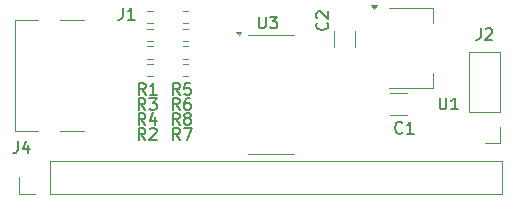
<source format=gto>
G04 #@! TF.GenerationSoftware,KiCad,Pcbnew,9.0.3*
G04 #@! TF.CreationDate,2025-08-03T15:24:15-04:00*
G04 #@! TF.ProjectId,CH32V003A4M6,43483332-5630-4303-9341-344d362e6b69,rev?*
G04 #@! TF.SameCoordinates,Original*
G04 #@! TF.FileFunction,Legend,Top*
G04 #@! TF.FilePolarity,Positive*
%FSLAX46Y46*%
G04 Gerber Fmt 4.6, Leading zero omitted, Abs format (unit mm)*
G04 Created by KiCad (PCBNEW 9.0.3) date 2025-08-03 15:24:15*
%MOMM*%
%LPD*%
G01*
G04 APERTURE LIST*
%ADD10C,0.150000*%
%ADD11C,0.120000*%
G04 APERTURE END LIST*
D10*
X166766666Y-115820819D02*
X166766666Y-116535104D01*
X166766666Y-116535104D02*
X166719047Y-116677961D01*
X166719047Y-116677961D02*
X166623809Y-116773200D01*
X166623809Y-116773200D02*
X166480952Y-116820819D01*
X166480952Y-116820819D02*
X166385714Y-116820819D01*
X167195238Y-115916057D02*
X167242857Y-115868438D01*
X167242857Y-115868438D02*
X167338095Y-115820819D01*
X167338095Y-115820819D02*
X167576190Y-115820819D01*
X167576190Y-115820819D02*
X167671428Y-115868438D01*
X167671428Y-115868438D02*
X167719047Y-115916057D01*
X167719047Y-115916057D02*
X167766666Y-116011295D01*
X167766666Y-116011295D02*
X167766666Y-116106533D01*
X167766666Y-116106533D02*
X167719047Y-116249390D01*
X167719047Y-116249390D02*
X167147619Y-116820819D01*
X167147619Y-116820819D02*
X167766666Y-116820819D01*
X160133333Y-124659580D02*
X160085714Y-124707200D01*
X160085714Y-124707200D02*
X159942857Y-124754819D01*
X159942857Y-124754819D02*
X159847619Y-124754819D01*
X159847619Y-124754819D02*
X159704762Y-124707200D01*
X159704762Y-124707200D02*
X159609524Y-124611961D01*
X159609524Y-124611961D02*
X159561905Y-124516723D01*
X159561905Y-124516723D02*
X159514286Y-124326247D01*
X159514286Y-124326247D02*
X159514286Y-124183390D01*
X159514286Y-124183390D02*
X159561905Y-123992914D01*
X159561905Y-123992914D02*
X159609524Y-123897676D01*
X159609524Y-123897676D02*
X159704762Y-123802438D01*
X159704762Y-123802438D02*
X159847619Y-123754819D01*
X159847619Y-123754819D02*
X159942857Y-123754819D01*
X159942857Y-123754819D02*
X160085714Y-123802438D01*
X160085714Y-123802438D02*
X160133333Y-123850057D01*
X161085714Y-124754819D02*
X160514286Y-124754819D01*
X160800000Y-124754819D02*
X160800000Y-123754819D01*
X160800000Y-123754819D02*
X160704762Y-123897676D01*
X160704762Y-123897676D02*
X160609524Y-123992914D01*
X160609524Y-123992914D02*
X160514286Y-124040533D01*
X136466666Y-114104819D02*
X136466666Y-114819104D01*
X136466666Y-114819104D02*
X136419047Y-114961961D01*
X136419047Y-114961961D02*
X136323809Y-115057200D01*
X136323809Y-115057200D02*
X136180952Y-115104819D01*
X136180952Y-115104819D02*
X136085714Y-115104819D01*
X137466666Y-115104819D02*
X136895238Y-115104819D01*
X137180952Y-115104819D02*
X137180952Y-114104819D01*
X137180952Y-114104819D02*
X137085714Y-114247676D01*
X137085714Y-114247676D02*
X136990476Y-114342914D01*
X136990476Y-114342914D02*
X136895238Y-114390533D01*
X147988095Y-114854819D02*
X147988095Y-115664342D01*
X147988095Y-115664342D02*
X148035714Y-115759580D01*
X148035714Y-115759580D02*
X148083333Y-115807200D01*
X148083333Y-115807200D02*
X148178571Y-115854819D01*
X148178571Y-115854819D02*
X148369047Y-115854819D01*
X148369047Y-115854819D02*
X148464285Y-115807200D01*
X148464285Y-115807200D02*
X148511904Y-115759580D01*
X148511904Y-115759580D02*
X148559523Y-115664342D01*
X148559523Y-115664342D02*
X148559523Y-114854819D01*
X148940476Y-114854819D02*
X149559523Y-114854819D01*
X149559523Y-114854819D02*
X149226190Y-115235771D01*
X149226190Y-115235771D02*
X149369047Y-115235771D01*
X149369047Y-115235771D02*
X149464285Y-115283390D01*
X149464285Y-115283390D02*
X149511904Y-115331009D01*
X149511904Y-115331009D02*
X149559523Y-115426247D01*
X149559523Y-115426247D02*
X149559523Y-115664342D01*
X149559523Y-115664342D02*
X149511904Y-115759580D01*
X149511904Y-115759580D02*
X149464285Y-115807200D01*
X149464285Y-115807200D02*
X149369047Y-115854819D01*
X149369047Y-115854819D02*
X149083333Y-115854819D01*
X149083333Y-115854819D02*
X148988095Y-115807200D01*
X148988095Y-115807200D02*
X148940476Y-115759580D01*
X127566666Y-125404819D02*
X127566666Y-126119104D01*
X127566666Y-126119104D02*
X127519047Y-126261961D01*
X127519047Y-126261961D02*
X127423809Y-126357200D01*
X127423809Y-126357200D02*
X127280952Y-126404819D01*
X127280952Y-126404819D02*
X127185714Y-126404819D01*
X128471428Y-125738152D02*
X128471428Y-126404819D01*
X128233333Y-125357200D02*
X127995238Y-126071485D01*
X127995238Y-126071485D02*
X128614285Y-126071485D01*
X153759580Y-115366666D02*
X153807200Y-115414285D01*
X153807200Y-115414285D02*
X153854819Y-115557142D01*
X153854819Y-115557142D02*
X153854819Y-115652380D01*
X153854819Y-115652380D02*
X153807200Y-115795237D01*
X153807200Y-115795237D02*
X153711961Y-115890475D01*
X153711961Y-115890475D02*
X153616723Y-115938094D01*
X153616723Y-115938094D02*
X153426247Y-115985713D01*
X153426247Y-115985713D02*
X153283390Y-115985713D01*
X153283390Y-115985713D02*
X153092914Y-115938094D01*
X153092914Y-115938094D02*
X152997676Y-115890475D01*
X152997676Y-115890475D02*
X152902438Y-115795237D01*
X152902438Y-115795237D02*
X152854819Y-115652380D01*
X152854819Y-115652380D02*
X152854819Y-115557142D01*
X152854819Y-115557142D02*
X152902438Y-115414285D01*
X152902438Y-115414285D02*
X152950057Y-115366666D01*
X152950057Y-114985713D02*
X152902438Y-114938094D01*
X152902438Y-114938094D02*
X152854819Y-114842856D01*
X152854819Y-114842856D02*
X152854819Y-114604761D01*
X152854819Y-114604761D02*
X152902438Y-114509523D01*
X152902438Y-114509523D02*
X152950057Y-114461904D01*
X152950057Y-114461904D02*
X153045295Y-114414285D01*
X153045295Y-114414285D02*
X153140533Y-114414285D01*
X153140533Y-114414285D02*
X153283390Y-114461904D01*
X153283390Y-114461904D02*
X153854819Y-115033332D01*
X153854819Y-115033332D02*
X153854819Y-114414285D01*
X141296199Y-121477751D02*
X140962866Y-121001560D01*
X140724771Y-121477751D02*
X140724771Y-120477751D01*
X140724771Y-120477751D02*
X141105723Y-120477751D01*
X141105723Y-120477751D02*
X141200961Y-120525370D01*
X141200961Y-120525370D02*
X141248580Y-120572989D01*
X141248580Y-120572989D02*
X141296199Y-120668227D01*
X141296199Y-120668227D02*
X141296199Y-120811084D01*
X141296199Y-120811084D02*
X141248580Y-120906322D01*
X141248580Y-120906322D02*
X141200961Y-120953941D01*
X141200961Y-120953941D02*
X141105723Y-121001560D01*
X141105723Y-121001560D02*
X140724771Y-121001560D01*
X142200961Y-120477751D02*
X141724771Y-120477751D01*
X141724771Y-120477751D02*
X141677152Y-120953941D01*
X141677152Y-120953941D02*
X141724771Y-120906322D01*
X141724771Y-120906322D02*
X141820009Y-120858703D01*
X141820009Y-120858703D02*
X142058104Y-120858703D01*
X142058104Y-120858703D02*
X142153342Y-120906322D01*
X142153342Y-120906322D02*
X142200961Y-120953941D01*
X142200961Y-120953941D02*
X142248580Y-121049179D01*
X142248580Y-121049179D02*
X142248580Y-121287274D01*
X142248580Y-121287274D02*
X142200961Y-121382512D01*
X142200961Y-121382512D02*
X142153342Y-121430132D01*
X142153342Y-121430132D02*
X142058104Y-121477751D01*
X142058104Y-121477751D02*
X141820009Y-121477751D01*
X141820009Y-121477751D02*
X141724771Y-121430132D01*
X141724771Y-121430132D02*
X141677152Y-121382512D01*
X138371199Y-122744416D02*
X138037866Y-122268225D01*
X137799771Y-122744416D02*
X137799771Y-121744416D01*
X137799771Y-121744416D02*
X138180723Y-121744416D01*
X138180723Y-121744416D02*
X138275961Y-121792035D01*
X138275961Y-121792035D02*
X138323580Y-121839654D01*
X138323580Y-121839654D02*
X138371199Y-121934892D01*
X138371199Y-121934892D02*
X138371199Y-122077749D01*
X138371199Y-122077749D02*
X138323580Y-122172987D01*
X138323580Y-122172987D02*
X138275961Y-122220606D01*
X138275961Y-122220606D02*
X138180723Y-122268225D01*
X138180723Y-122268225D02*
X137799771Y-122268225D01*
X138704533Y-121744416D02*
X139323580Y-121744416D01*
X139323580Y-121744416D02*
X138990247Y-122125368D01*
X138990247Y-122125368D02*
X139133104Y-122125368D01*
X139133104Y-122125368D02*
X139228342Y-122172987D01*
X139228342Y-122172987D02*
X139275961Y-122220606D01*
X139275961Y-122220606D02*
X139323580Y-122315844D01*
X139323580Y-122315844D02*
X139323580Y-122553939D01*
X139323580Y-122553939D02*
X139275961Y-122649177D01*
X139275961Y-122649177D02*
X139228342Y-122696797D01*
X139228342Y-122696797D02*
X139133104Y-122744416D01*
X139133104Y-122744416D02*
X138847390Y-122744416D01*
X138847390Y-122744416D02*
X138752152Y-122696797D01*
X138752152Y-122696797D02*
X138704533Y-122649177D01*
X141277266Y-122744417D02*
X140943933Y-122268226D01*
X140705838Y-122744417D02*
X140705838Y-121744417D01*
X140705838Y-121744417D02*
X141086790Y-121744417D01*
X141086790Y-121744417D02*
X141182028Y-121792036D01*
X141182028Y-121792036D02*
X141229647Y-121839655D01*
X141229647Y-121839655D02*
X141277266Y-121934893D01*
X141277266Y-121934893D02*
X141277266Y-122077750D01*
X141277266Y-122077750D02*
X141229647Y-122172988D01*
X141229647Y-122172988D02*
X141182028Y-122220607D01*
X141182028Y-122220607D02*
X141086790Y-122268226D01*
X141086790Y-122268226D02*
X140705838Y-122268226D01*
X142134409Y-121744417D02*
X141943933Y-121744417D01*
X141943933Y-121744417D02*
X141848695Y-121792036D01*
X141848695Y-121792036D02*
X141801076Y-121839655D01*
X141801076Y-121839655D02*
X141705838Y-121982512D01*
X141705838Y-121982512D02*
X141658219Y-122172988D01*
X141658219Y-122172988D02*
X141658219Y-122553940D01*
X141658219Y-122553940D02*
X141705838Y-122649178D01*
X141705838Y-122649178D02*
X141753457Y-122696798D01*
X141753457Y-122696798D02*
X141848695Y-122744417D01*
X141848695Y-122744417D02*
X142039171Y-122744417D01*
X142039171Y-122744417D02*
X142134409Y-122696798D01*
X142134409Y-122696798D02*
X142182028Y-122649178D01*
X142182028Y-122649178D02*
X142229647Y-122553940D01*
X142229647Y-122553940D02*
X142229647Y-122315845D01*
X142229647Y-122315845D02*
X142182028Y-122220607D01*
X142182028Y-122220607D02*
X142134409Y-122172988D01*
X142134409Y-122172988D02*
X142039171Y-122125369D01*
X142039171Y-122125369D02*
X141848695Y-122125369D01*
X141848695Y-122125369D02*
X141753457Y-122172988D01*
X141753457Y-122172988D02*
X141705838Y-122220607D01*
X141705838Y-122220607D02*
X141658219Y-122315845D01*
X138371199Y-124011081D02*
X138037866Y-123534890D01*
X137799771Y-124011081D02*
X137799771Y-123011081D01*
X137799771Y-123011081D02*
X138180723Y-123011081D01*
X138180723Y-123011081D02*
X138275961Y-123058700D01*
X138275961Y-123058700D02*
X138323580Y-123106319D01*
X138323580Y-123106319D02*
X138371199Y-123201557D01*
X138371199Y-123201557D02*
X138371199Y-123344414D01*
X138371199Y-123344414D02*
X138323580Y-123439652D01*
X138323580Y-123439652D02*
X138275961Y-123487271D01*
X138275961Y-123487271D02*
X138180723Y-123534890D01*
X138180723Y-123534890D02*
X137799771Y-123534890D01*
X139228342Y-123344414D02*
X139228342Y-124011081D01*
X138990247Y-122963462D02*
X138752152Y-123677747D01*
X138752152Y-123677747D02*
X139371199Y-123677747D01*
X163288095Y-121704819D02*
X163288095Y-122514342D01*
X163288095Y-122514342D02*
X163335714Y-122609580D01*
X163335714Y-122609580D02*
X163383333Y-122657200D01*
X163383333Y-122657200D02*
X163478571Y-122704819D01*
X163478571Y-122704819D02*
X163669047Y-122704819D01*
X163669047Y-122704819D02*
X163764285Y-122657200D01*
X163764285Y-122657200D02*
X163811904Y-122609580D01*
X163811904Y-122609580D02*
X163859523Y-122514342D01*
X163859523Y-122514342D02*
X163859523Y-121704819D01*
X164859523Y-122704819D02*
X164288095Y-122704819D01*
X164573809Y-122704819D02*
X164573809Y-121704819D01*
X164573809Y-121704819D02*
X164478571Y-121847676D01*
X164478571Y-121847676D02*
X164383333Y-121942914D01*
X164383333Y-121942914D02*
X164288095Y-121990533D01*
X141296199Y-125277749D02*
X140962866Y-124801558D01*
X140724771Y-125277749D02*
X140724771Y-124277749D01*
X140724771Y-124277749D02*
X141105723Y-124277749D01*
X141105723Y-124277749D02*
X141200961Y-124325368D01*
X141200961Y-124325368D02*
X141248580Y-124372987D01*
X141248580Y-124372987D02*
X141296199Y-124468225D01*
X141296199Y-124468225D02*
X141296199Y-124611082D01*
X141296199Y-124611082D02*
X141248580Y-124706320D01*
X141248580Y-124706320D02*
X141200961Y-124753939D01*
X141200961Y-124753939D02*
X141105723Y-124801558D01*
X141105723Y-124801558D02*
X140724771Y-124801558D01*
X141629533Y-124277749D02*
X142296199Y-124277749D01*
X142296199Y-124277749D02*
X141867628Y-125277749D01*
X141273720Y-124011083D02*
X140940387Y-123534892D01*
X140702292Y-124011083D02*
X140702292Y-123011083D01*
X140702292Y-123011083D02*
X141083244Y-123011083D01*
X141083244Y-123011083D02*
X141178482Y-123058702D01*
X141178482Y-123058702D02*
X141226101Y-123106321D01*
X141226101Y-123106321D02*
X141273720Y-123201559D01*
X141273720Y-123201559D02*
X141273720Y-123344416D01*
X141273720Y-123344416D02*
X141226101Y-123439654D01*
X141226101Y-123439654D02*
X141178482Y-123487273D01*
X141178482Y-123487273D02*
X141083244Y-123534892D01*
X141083244Y-123534892D02*
X140702292Y-123534892D01*
X141845149Y-123439654D02*
X141749911Y-123392035D01*
X141749911Y-123392035D02*
X141702292Y-123344416D01*
X141702292Y-123344416D02*
X141654673Y-123249178D01*
X141654673Y-123249178D02*
X141654673Y-123201559D01*
X141654673Y-123201559D02*
X141702292Y-123106321D01*
X141702292Y-123106321D02*
X141749911Y-123058702D01*
X141749911Y-123058702D02*
X141845149Y-123011083D01*
X141845149Y-123011083D02*
X142035625Y-123011083D01*
X142035625Y-123011083D02*
X142130863Y-123058702D01*
X142130863Y-123058702D02*
X142178482Y-123106321D01*
X142178482Y-123106321D02*
X142226101Y-123201559D01*
X142226101Y-123201559D02*
X142226101Y-123249178D01*
X142226101Y-123249178D02*
X142178482Y-123344416D01*
X142178482Y-123344416D02*
X142130863Y-123392035D01*
X142130863Y-123392035D02*
X142035625Y-123439654D01*
X142035625Y-123439654D02*
X141845149Y-123439654D01*
X141845149Y-123439654D02*
X141749911Y-123487273D01*
X141749911Y-123487273D02*
X141702292Y-123534892D01*
X141702292Y-123534892D02*
X141654673Y-123630130D01*
X141654673Y-123630130D02*
X141654673Y-123820606D01*
X141654673Y-123820606D02*
X141702292Y-123915844D01*
X141702292Y-123915844D02*
X141749911Y-123963464D01*
X141749911Y-123963464D02*
X141845149Y-124011083D01*
X141845149Y-124011083D02*
X142035625Y-124011083D01*
X142035625Y-124011083D02*
X142130863Y-123963464D01*
X142130863Y-123963464D02*
X142178482Y-123915844D01*
X142178482Y-123915844D02*
X142226101Y-123820606D01*
X142226101Y-123820606D02*
X142226101Y-123630130D01*
X142226101Y-123630130D02*
X142178482Y-123534892D01*
X142178482Y-123534892D02*
X142130863Y-123487273D01*
X142130863Y-123487273D02*
X142035625Y-123439654D01*
X138371199Y-125277746D02*
X138037866Y-124801555D01*
X137799771Y-125277746D02*
X137799771Y-124277746D01*
X137799771Y-124277746D02*
X138180723Y-124277746D01*
X138180723Y-124277746D02*
X138275961Y-124325365D01*
X138275961Y-124325365D02*
X138323580Y-124372984D01*
X138323580Y-124372984D02*
X138371199Y-124468222D01*
X138371199Y-124468222D02*
X138371199Y-124611079D01*
X138371199Y-124611079D02*
X138323580Y-124706317D01*
X138323580Y-124706317D02*
X138275961Y-124753936D01*
X138275961Y-124753936D02*
X138180723Y-124801555D01*
X138180723Y-124801555D02*
X137799771Y-124801555D01*
X138752152Y-124372984D02*
X138799771Y-124325365D01*
X138799771Y-124325365D02*
X138895009Y-124277746D01*
X138895009Y-124277746D02*
X139133104Y-124277746D01*
X139133104Y-124277746D02*
X139228342Y-124325365D01*
X139228342Y-124325365D02*
X139275961Y-124372984D01*
X139275961Y-124372984D02*
X139323580Y-124468222D01*
X139323580Y-124468222D02*
X139323580Y-124563460D01*
X139323580Y-124563460D02*
X139275961Y-124706317D01*
X139275961Y-124706317D02*
X138704533Y-125277746D01*
X138704533Y-125277746D02*
X139323580Y-125277746D01*
X138396199Y-121477751D02*
X138062866Y-121001560D01*
X137824771Y-121477751D02*
X137824771Y-120477751D01*
X137824771Y-120477751D02*
X138205723Y-120477751D01*
X138205723Y-120477751D02*
X138300961Y-120525370D01*
X138300961Y-120525370D02*
X138348580Y-120572989D01*
X138348580Y-120572989D02*
X138396199Y-120668227D01*
X138396199Y-120668227D02*
X138396199Y-120811084D01*
X138396199Y-120811084D02*
X138348580Y-120906322D01*
X138348580Y-120906322D02*
X138300961Y-120953941D01*
X138300961Y-120953941D02*
X138205723Y-121001560D01*
X138205723Y-121001560D02*
X137824771Y-121001560D01*
X139348580Y-121477751D02*
X138777152Y-121477751D01*
X139062866Y-121477751D02*
X139062866Y-120477751D01*
X139062866Y-120477751D02*
X138967628Y-120620608D01*
X138967628Y-120620608D02*
X138872390Y-120715846D01*
X138872390Y-120715846D02*
X138777152Y-120763465D01*
D11*
X165770000Y-122955000D02*
X165770000Y-117815000D01*
X168430000Y-117815000D02*
X165770000Y-117815000D01*
X168430000Y-122955000D02*
X165770000Y-122955000D01*
X168430000Y-122955000D02*
X168430000Y-117815000D01*
X168430000Y-124225000D02*
X168430000Y-125555000D01*
X168430000Y-125555000D02*
X167100000Y-125555000D01*
X159088748Y-121340000D02*
X160511252Y-121340000D01*
X159088748Y-123160000D02*
X160511252Y-123160000D01*
X127350000Y-115150000D02*
X129250000Y-115150000D01*
X127350000Y-124550000D02*
X127350000Y-115150000D01*
X127350000Y-124550000D02*
X129250000Y-124550000D01*
X131150000Y-115150000D02*
X133150000Y-115150000D01*
X131150000Y-124550000D02*
X133150000Y-124550000D01*
X149000000Y-116390000D02*
X147050000Y-116390000D01*
X149000000Y-116390000D02*
X150950000Y-116390000D01*
X149000000Y-126510000D02*
X147050000Y-126510000D01*
X149000000Y-126510000D02*
X150950000Y-126510000D01*
X146275000Y-116445000D02*
X146035000Y-116115000D01*
X146515000Y-116115000D01*
X146275000Y-116445000D01*
G36*
X146275000Y-116445000D02*
G01*
X146035000Y-116115000D01*
X146515000Y-116115000D01*
X146275000Y-116445000D01*
G37*
X127690000Y-129830000D02*
X127690000Y-128450000D01*
X129070000Y-129830000D02*
X127690000Y-129830000D01*
X130340000Y-127070000D02*
X168550000Y-127070000D01*
X130340000Y-129830000D02*
X130340000Y-127070000D01*
X130340000Y-129830000D02*
X168550000Y-129830000D01*
X168550000Y-129830000D02*
X168550000Y-127070000D01*
X154340000Y-117461252D02*
X154340000Y-116038748D01*
X156160000Y-117461252D02*
X156160000Y-116038748D01*
X141537742Y-114381436D02*
X142012258Y-114381436D01*
X141537742Y-115426436D02*
X142012258Y-115426436D01*
X138556675Y-115869909D02*
X139031191Y-115869909D01*
X138556675Y-116914909D02*
X139031191Y-116914909D01*
X141537742Y-115879468D02*
X142012258Y-115879468D01*
X141537742Y-116924468D02*
X142012258Y-116924468D01*
X138556675Y-117372720D02*
X139031191Y-117372720D01*
X138556675Y-118417720D02*
X139031191Y-118417720D01*
X159000000Y-114090000D02*
X162760000Y-114090000D01*
X159000000Y-120910000D02*
X162760000Y-120910000D01*
X162760000Y-114090000D02*
X162760000Y-115350000D01*
X162760000Y-120910000D02*
X162760000Y-119650000D01*
X157720000Y-114190000D02*
X157480000Y-113860000D01*
X157960000Y-113860000D01*
X157720000Y-114190000D01*
G36*
X157720000Y-114190000D02*
G01*
X157480000Y-113860000D01*
X157960000Y-113860000D01*
X157720000Y-114190000D01*
G37*
X141537742Y-118875532D02*
X142012258Y-118875532D01*
X141537742Y-119920532D02*
X142012258Y-119920532D01*
X141537742Y-117377500D02*
X142012258Y-117377500D01*
X141537742Y-118422500D02*
X142012258Y-118422500D01*
X138556675Y-118875531D02*
X139031191Y-118875531D01*
X138556675Y-119920531D02*
X139031191Y-119920531D01*
X138556675Y-114367098D02*
X139031191Y-114367098D01*
X138556675Y-115412098D02*
X139031191Y-115412098D01*
%LPC*%
G36*
X129920000Y-129300000D02*
G01*
X128220000Y-129300000D01*
X128220000Y-127600000D01*
X129920000Y-127600000D01*
X129920000Y-129300000D01*
G37*
G36*
X131856742Y-127636601D02*
G01*
X132010687Y-127700367D01*
X132149234Y-127792941D01*
X132267059Y-127910766D01*
X132359633Y-128049313D01*
X132423399Y-128203258D01*
X132455907Y-128366685D01*
X132455907Y-128533315D01*
X132423399Y-128696742D01*
X132359633Y-128850687D01*
X132267059Y-128989234D01*
X132149234Y-129107059D01*
X132010687Y-129199633D01*
X131856742Y-129263399D01*
X131693315Y-129295907D01*
X131526685Y-129295907D01*
X131363258Y-129263399D01*
X131209313Y-129199633D01*
X131070766Y-129107059D01*
X130952941Y-128989234D01*
X130860367Y-128850687D01*
X130796601Y-128696742D01*
X130764093Y-128533315D01*
X130764093Y-128366685D01*
X130796601Y-128203258D01*
X130860367Y-128049313D01*
X130952941Y-127910766D01*
X131070766Y-127792941D01*
X131209313Y-127700367D01*
X131363258Y-127636601D01*
X131526685Y-127604093D01*
X131693315Y-127604093D01*
X131856742Y-127636601D01*
G37*
G36*
X134396742Y-127636601D02*
G01*
X134550687Y-127700367D01*
X134689234Y-127792941D01*
X134807059Y-127910766D01*
X134899633Y-128049313D01*
X134963399Y-128203258D01*
X134995907Y-128366685D01*
X134995907Y-128533315D01*
X134963399Y-128696742D01*
X134899633Y-128850687D01*
X134807059Y-128989234D01*
X134689234Y-129107059D01*
X134550687Y-129199633D01*
X134396742Y-129263399D01*
X134233315Y-129295907D01*
X134066685Y-129295907D01*
X133903258Y-129263399D01*
X133749313Y-129199633D01*
X133610766Y-129107059D01*
X133492941Y-128989234D01*
X133400367Y-128850687D01*
X133336601Y-128696742D01*
X133304093Y-128533315D01*
X133304093Y-128366685D01*
X133336601Y-128203258D01*
X133400367Y-128049313D01*
X133492941Y-127910766D01*
X133610766Y-127792941D01*
X133749313Y-127700367D01*
X133903258Y-127636601D01*
X134066685Y-127604093D01*
X134233315Y-127604093D01*
X134396742Y-127636601D01*
G37*
G36*
X136936742Y-127636601D02*
G01*
X137090687Y-127700367D01*
X137229234Y-127792941D01*
X137347059Y-127910766D01*
X137439633Y-128049313D01*
X137503399Y-128203258D01*
X137535907Y-128366685D01*
X137535907Y-128533315D01*
X137503399Y-128696742D01*
X137439633Y-128850687D01*
X137347059Y-128989234D01*
X137229234Y-129107059D01*
X137090687Y-129199633D01*
X136936742Y-129263399D01*
X136773315Y-129295907D01*
X136606685Y-129295907D01*
X136443258Y-129263399D01*
X136289313Y-129199633D01*
X136150766Y-129107059D01*
X136032941Y-128989234D01*
X135940367Y-128850687D01*
X135876601Y-128696742D01*
X135844093Y-128533315D01*
X135844093Y-128366685D01*
X135876601Y-128203258D01*
X135940367Y-128049313D01*
X136032941Y-127910766D01*
X136150766Y-127792941D01*
X136289313Y-127700367D01*
X136443258Y-127636601D01*
X136606685Y-127604093D01*
X136773315Y-127604093D01*
X136936742Y-127636601D01*
G37*
G36*
X139476742Y-127636601D02*
G01*
X139630687Y-127700367D01*
X139769234Y-127792941D01*
X139887059Y-127910766D01*
X139979633Y-128049313D01*
X140043399Y-128203258D01*
X140075907Y-128366685D01*
X140075907Y-128533315D01*
X140043399Y-128696742D01*
X139979633Y-128850687D01*
X139887059Y-128989234D01*
X139769234Y-129107059D01*
X139630687Y-129199633D01*
X139476742Y-129263399D01*
X139313315Y-129295907D01*
X139146685Y-129295907D01*
X138983258Y-129263399D01*
X138829313Y-129199633D01*
X138690766Y-129107059D01*
X138572941Y-128989234D01*
X138480367Y-128850687D01*
X138416601Y-128696742D01*
X138384093Y-128533315D01*
X138384093Y-128366685D01*
X138416601Y-128203258D01*
X138480367Y-128049313D01*
X138572941Y-127910766D01*
X138690766Y-127792941D01*
X138829313Y-127700367D01*
X138983258Y-127636601D01*
X139146685Y-127604093D01*
X139313315Y-127604093D01*
X139476742Y-127636601D01*
G37*
G36*
X142016742Y-127636601D02*
G01*
X142170687Y-127700367D01*
X142309234Y-127792941D01*
X142427059Y-127910766D01*
X142519633Y-128049313D01*
X142583399Y-128203258D01*
X142615907Y-128366685D01*
X142615907Y-128533315D01*
X142583399Y-128696742D01*
X142519633Y-128850687D01*
X142427059Y-128989234D01*
X142309234Y-129107059D01*
X142170687Y-129199633D01*
X142016742Y-129263399D01*
X141853315Y-129295907D01*
X141686685Y-129295907D01*
X141523258Y-129263399D01*
X141369313Y-129199633D01*
X141230766Y-129107059D01*
X141112941Y-128989234D01*
X141020367Y-128850687D01*
X140956601Y-128696742D01*
X140924093Y-128533315D01*
X140924093Y-128366685D01*
X140956601Y-128203258D01*
X141020367Y-128049313D01*
X141112941Y-127910766D01*
X141230766Y-127792941D01*
X141369313Y-127700367D01*
X141523258Y-127636601D01*
X141686685Y-127604093D01*
X141853315Y-127604093D01*
X142016742Y-127636601D01*
G37*
G36*
X144556742Y-127636601D02*
G01*
X144710687Y-127700367D01*
X144849234Y-127792941D01*
X144967059Y-127910766D01*
X145059633Y-128049313D01*
X145123399Y-128203258D01*
X145155907Y-128366685D01*
X145155907Y-128533315D01*
X145123399Y-128696742D01*
X145059633Y-128850687D01*
X144967059Y-128989234D01*
X144849234Y-129107059D01*
X144710687Y-129199633D01*
X144556742Y-129263399D01*
X144393315Y-129295907D01*
X144226685Y-129295907D01*
X144063258Y-129263399D01*
X143909313Y-129199633D01*
X143770766Y-129107059D01*
X143652941Y-128989234D01*
X143560367Y-128850687D01*
X143496601Y-128696742D01*
X143464093Y-128533315D01*
X143464093Y-128366685D01*
X143496601Y-128203258D01*
X143560367Y-128049313D01*
X143652941Y-127910766D01*
X143770766Y-127792941D01*
X143909313Y-127700367D01*
X144063258Y-127636601D01*
X144226685Y-127604093D01*
X144393315Y-127604093D01*
X144556742Y-127636601D01*
G37*
G36*
X147096742Y-127636601D02*
G01*
X147250687Y-127700367D01*
X147389234Y-127792941D01*
X147507059Y-127910766D01*
X147599633Y-128049313D01*
X147663399Y-128203258D01*
X147695907Y-128366685D01*
X147695907Y-128533315D01*
X147663399Y-128696742D01*
X147599633Y-128850687D01*
X147507059Y-128989234D01*
X147389234Y-129107059D01*
X147250687Y-129199633D01*
X147096742Y-129263399D01*
X146933315Y-129295907D01*
X146766685Y-129295907D01*
X146603258Y-129263399D01*
X146449313Y-129199633D01*
X146310766Y-129107059D01*
X146192941Y-128989234D01*
X146100367Y-128850687D01*
X146036601Y-128696742D01*
X146004093Y-128533315D01*
X146004093Y-128366685D01*
X146036601Y-128203258D01*
X146100367Y-128049313D01*
X146192941Y-127910766D01*
X146310766Y-127792941D01*
X146449313Y-127700367D01*
X146603258Y-127636601D01*
X146766685Y-127604093D01*
X146933315Y-127604093D01*
X147096742Y-127636601D01*
G37*
G36*
X149636742Y-127636601D02*
G01*
X149790687Y-127700367D01*
X149929234Y-127792941D01*
X150047059Y-127910766D01*
X150139633Y-128049313D01*
X150203399Y-128203258D01*
X150235907Y-128366685D01*
X150235907Y-128533315D01*
X150203399Y-128696742D01*
X150139633Y-128850687D01*
X150047059Y-128989234D01*
X149929234Y-129107059D01*
X149790687Y-129199633D01*
X149636742Y-129263399D01*
X149473315Y-129295907D01*
X149306685Y-129295907D01*
X149143258Y-129263399D01*
X148989313Y-129199633D01*
X148850766Y-129107059D01*
X148732941Y-128989234D01*
X148640367Y-128850687D01*
X148576601Y-128696742D01*
X148544093Y-128533315D01*
X148544093Y-128366685D01*
X148576601Y-128203258D01*
X148640367Y-128049313D01*
X148732941Y-127910766D01*
X148850766Y-127792941D01*
X148989313Y-127700367D01*
X149143258Y-127636601D01*
X149306685Y-127604093D01*
X149473315Y-127604093D01*
X149636742Y-127636601D01*
G37*
G36*
X152176742Y-127636601D02*
G01*
X152330687Y-127700367D01*
X152469234Y-127792941D01*
X152587059Y-127910766D01*
X152679633Y-128049313D01*
X152743399Y-128203258D01*
X152775907Y-128366685D01*
X152775907Y-128533315D01*
X152743399Y-128696742D01*
X152679633Y-128850687D01*
X152587059Y-128989234D01*
X152469234Y-129107059D01*
X152330687Y-129199633D01*
X152176742Y-129263399D01*
X152013315Y-129295907D01*
X151846685Y-129295907D01*
X151683258Y-129263399D01*
X151529313Y-129199633D01*
X151390766Y-129107059D01*
X151272941Y-128989234D01*
X151180367Y-128850687D01*
X151116601Y-128696742D01*
X151084093Y-128533315D01*
X151084093Y-128366685D01*
X151116601Y-128203258D01*
X151180367Y-128049313D01*
X151272941Y-127910766D01*
X151390766Y-127792941D01*
X151529313Y-127700367D01*
X151683258Y-127636601D01*
X151846685Y-127604093D01*
X152013315Y-127604093D01*
X152176742Y-127636601D01*
G37*
G36*
X154716742Y-127636601D02*
G01*
X154870687Y-127700367D01*
X155009234Y-127792941D01*
X155127059Y-127910766D01*
X155219633Y-128049313D01*
X155283399Y-128203258D01*
X155315907Y-128366685D01*
X155315907Y-128533315D01*
X155283399Y-128696742D01*
X155219633Y-128850687D01*
X155127059Y-128989234D01*
X155009234Y-129107059D01*
X154870687Y-129199633D01*
X154716742Y-129263399D01*
X154553315Y-129295907D01*
X154386685Y-129295907D01*
X154223258Y-129263399D01*
X154069313Y-129199633D01*
X153930766Y-129107059D01*
X153812941Y-128989234D01*
X153720367Y-128850687D01*
X153656601Y-128696742D01*
X153624093Y-128533315D01*
X153624093Y-128366685D01*
X153656601Y-128203258D01*
X153720367Y-128049313D01*
X153812941Y-127910766D01*
X153930766Y-127792941D01*
X154069313Y-127700367D01*
X154223258Y-127636601D01*
X154386685Y-127604093D01*
X154553315Y-127604093D01*
X154716742Y-127636601D01*
G37*
G36*
X157256742Y-127636601D02*
G01*
X157410687Y-127700367D01*
X157549234Y-127792941D01*
X157667059Y-127910766D01*
X157759633Y-128049313D01*
X157823399Y-128203258D01*
X157855907Y-128366685D01*
X157855907Y-128533315D01*
X157823399Y-128696742D01*
X157759633Y-128850687D01*
X157667059Y-128989234D01*
X157549234Y-129107059D01*
X157410687Y-129199633D01*
X157256742Y-129263399D01*
X157093315Y-129295907D01*
X156926685Y-129295907D01*
X156763258Y-129263399D01*
X156609313Y-129199633D01*
X156470766Y-129107059D01*
X156352941Y-128989234D01*
X156260367Y-128850687D01*
X156196601Y-128696742D01*
X156164093Y-128533315D01*
X156164093Y-128366685D01*
X156196601Y-128203258D01*
X156260367Y-128049313D01*
X156352941Y-127910766D01*
X156470766Y-127792941D01*
X156609313Y-127700367D01*
X156763258Y-127636601D01*
X156926685Y-127604093D01*
X157093315Y-127604093D01*
X157256742Y-127636601D01*
G37*
G36*
X159796742Y-127636601D02*
G01*
X159950687Y-127700367D01*
X160089234Y-127792941D01*
X160207059Y-127910766D01*
X160299633Y-128049313D01*
X160363399Y-128203258D01*
X160395907Y-128366685D01*
X160395907Y-128533315D01*
X160363399Y-128696742D01*
X160299633Y-128850687D01*
X160207059Y-128989234D01*
X160089234Y-129107059D01*
X159950687Y-129199633D01*
X159796742Y-129263399D01*
X159633315Y-129295907D01*
X159466685Y-129295907D01*
X159303258Y-129263399D01*
X159149313Y-129199633D01*
X159010766Y-129107059D01*
X158892941Y-128989234D01*
X158800367Y-128850687D01*
X158736601Y-128696742D01*
X158704093Y-128533315D01*
X158704093Y-128366685D01*
X158736601Y-128203258D01*
X158800367Y-128049313D01*
X158892941Y-127910766D01*
X159010766Y-127792941D01*
X159149313Y-127700367D01*
X159303258Y-127636601D01*
X159466685Y-127604093D01*
X159633315Y-127604093D01*
X159796742Y-127636601D01*
G37*
G36*
X162336742Y-127636601D02*
G01*
X162490687Y-127700367D01*
X162629234Y-127792941D01*
X162747059Y-127910766D01*
X162839633Y-128049313D01*
X162903399Y-128203258D01*
X162935907Y-128366685D01*
X162935907Y-128533315D01*
X162903399Y-128696742D01*
X162839633Y-128850687D01*
X162747059Y-128989234D01*
X162629234Y-129107059D01*
X162490687Y-129199633D01*
X162336742Y-129263399D01*
X162173315Y-129295907D01*
X162006685Y-129295907D01*
X161843258Y-129263399D01*
X161689313Y-129199633D01*
X161550766Y-129107059D01*
X161432941Y-128989234D01*
X161340367Y-128850687D01*
X161276601Y-128696742D01*
X161244093Y-128533315D01*
X161244093Y-128366685D01*
X161276601Y-128203258D01*
X161340367Y-128049313D01*
X161432941Y-127910766D01*
X161550766Y-127792941D01*
X161689313Y-127700367D01*
X161843258Y-127636601D01*
X162006685Y-127604093D01*
X162173315Y-127604093D01*
X162336742Y-127636601D01*
G37*
G36*
X164876742Y-127636601D02*
G01*
X165030687Y-127700367D01*
X165169234Y-127792941D01*
X165287059Y-127910766D01*
X165379633Y-128049313D01*
X165443399Y-128203258D01*
X165475907Y-128366685D01*
X165475907Y-128533315D01*
X165443399Y-128696742D01*
X165379633Y-128850687D01*
X165287059Y-128989234D01*
X165169234Y-129107059D01*
X165030687Y-129199633D01*
X164876742Y-129263399D01*
X164713315Y-129295907D01*
X164546685Y-129295907D01*
X164383258Y-129263399D01*
X164229313Y-129199633D01*
X164090766Y-129107059D01*
X163972941Y-128989234D01*
X163880367Y-128850687D01*
X163816601Y-128696742D01*
X163784093Y-128533315D01*
X163784093Y-128366685D01*
X163816601Y-128203258D01*
X163880367Y-128049313D01*
X163972941Y-127910766D01*
X164090766Y-127792941D01*
X164229313Y-127700367D01*
X164383258Y-127636601D01*
X164546685Y-127604093D01*
X164713315Y-127604093D01*
X164876742Y-127636601D01*
G37*
G36*
X167416742Y-127636601D02*
G01*
X167570687Y-127700367D01*
X167709234Y-127792941D01*
X167827059Y-127910766D01*
X167919633Y-128049313D01*
X167983399Y-128203258D01*
X168015907Y-128366685D01*
X168015907Y-128533315D01*
X167983399Y-128696742D01*
X167919633Y-128850687D01*
X167827059Y-128989234D01*
X167709234Y-129107059D01*
X167570687Y-129199633D01*
X167416742Y-129263399D01*
X167253315Y-129295907D01*
X167086685Y-129295907D01*
X166923258Y-129263399D01*
X166769313Y-129199633D01*
X166630766Y-129107059D01*
X166512941Y-128989234D01*
X166420367Y-128850687D01*
X166356601Y-128696742D01*
X166324093Y-128533315D01*
X166324093Y-128366685D01*
X166356601Y-128203258D01*
X166420367Y-128049313D01*
X166512941Y-127910766D01*
X166630766Y-127792941D01*
X166769313Y-127700367D01*
X166923258Y-127636601D01*
X167086685Y-127604093D01*
X167253315Y-127604093D01*
X167416742Y-127636601D01*
G37*
G36*
X147407403Y-125606418D02*
G01*
X147456066Y-125638934D01*
X147488582Y-125687597D01*
X147500000Y-125745000D01*
X147500000Y-126045000D01*
X147488582Y-126102403D01*
X147456066Y-126151066D01*
X147407403Y-126183582D01*
X147350000Y-126195000D01*
X145650000Y-126195000D01*
X145592597Y-126183582D01*
X145543934Y-126151066D01*
X145511418Y-126102403D01*
X145500000Y-126045000D01*
X145500000Y-125745000D01*
X145511418Y-125687597D01*
X145543934Y-125638934D01*
X145592597Y-125606418D01*
X145650000Y-125595000D01*
X147350000Y-125595000D01*
X147407403Y-125606418D01*
G37*
G36*
X152407403Y-125606418D02*
G01*
X152456066Y-125638934D01*
X152488582Y-125687597D01*
X152500000Y-125745000D01*
X152500000Y-126045000D01*
X152488582Y-126102403D01*
X152456066Y-126151066D01*
X152407403Y-126183582D01*
X152350000Y-126195000D01*
X150650000Y-126195000D01*
X150592597Y-126183582D01*
X150543934Y-126151066D01*
X150511418Y-126102403D01*
X150500000Y-126045000D01*
X150500000Y-125745000D01*
X150511418Y-125687597D01*
X150543934Y-125638934D01*
X150592597Y-125606418D01*
X150650000Y-125595000D01*
X152350000Y-125595000D01*
X152407403Y-125606418D01*
G37*
G36*
X167950000Y-125075000D02*
G01*
X166250000Y-125075000D01*
X166250000Y-123375000D01*
X167950000Y-123375000D01*
X167950000Y-125075000D01*
G37*
G36*
X147407403Y-124336418D02*
G01*
X147456066Y-124368934D01*
X147488582Y-124417597D01*
X147500000Y-124475000D01*
X147500000Y-124775000D01*
X147488582Y-124832403D01*
X147456066Y-124881066D01*
X147407403Y-124913582D01*
X147350000Y-124925000D01*
X145650000Y-124925000D01*
X145592597Y-124913582D01*
X145543934Y-124881066D01*
X145511418Y-124832403D01*
X145500000Y-124775000D01*
X145500000Y-124475000D01*
X145511418Y-124417597D01*
X145543934Y-124368934D01*
X145592597Y-124336418D01*
X145650000Y-124325000D01*
X147350000Y-124325000D01*
X147407403Y-124336418D01*
G37*
G36*
X152407403Y-124336418D02*
G01*
X152456066Y-124368934D01*
X152488582Y-124417597D01*
X152500000Y-124475000D01*
X152500000Y-124775000D01*
X152488582Y-124832403D01*
X152456066Y-124881066D01*
X152407403Y-124913582D01*
X152350000Y-124925000D01*
X150650000Y-124925000D01*
X150592597Y-124913582D01*
X150543934Y-124881066D01*
X150511418Y-124832403D01*
X150500000Y-124775000D01*
X150500000Y-124475000D01*
X150511418Y-124417597D01*
X150543934Y-124368934D01*
X150592597Y-124336418D01*
X150650000Y-124325000D01*
X152350000Y-124325000D01*
X152407403Y-124336418D01*
G37*
G36*
X130565263Y-123674278D02*
G01*
X130691342Y-123708060D01*
X130804381Y-123773323D01*
X130896677Y-123865619D01*
X130961940Y-123978658D01*
X130995722Y-124104737D01*
X130995722Y-124235263D01*
X130961940Y-124361342D01*
X130896677Y-124474381D01*
X130804381Y-124566677D01*
X130691342Y-124631940D01*
X130565263Y-124665722D01*
X130500000Y-124670000D01*
X130498029Y-124670000D01*
X129901971Y-124670000D01*
X129900000Y-124670000D01*
X129834737Y-124665722D01*
X129708658Y-124631940D01*
X129595619Y-124566677D01*
X129503323Y-124474381D01*
X129438060Y-124361342D01*
X129404278Y-124235263D01*
X129404278Y-124104737D01*
X129438060Y-123978658D01*
X129503323Y-123865619D01*
X129595619Y-123773323D01*
X129708658Y-123708060D01*
X129834737Y-123674278D01*
X129900000Y-123670000D01*
X130500000Y-123670000D01*
X130565263Y-123674278D01*
G37*
G36*
X134995263Y-123674278D02*
G01*
X135121342Y-123708060D01*
X135234381Y-123773323D01*
X135326677Y-123865619D01*
X135391940Y-123978658D01*
X135425722Y-124104737D01*
X135425722Y-124235263D01*
X135391940Y-124361342D01*
X135326677Y-124474381D01*
X135234381Y-124566677D01*
X135121342Y-124631940D01*
X134995263Y-124665722D01*
X134930000Y-124670000D01*
X134928029Y-124670000D01*
X133831971Y-124670000D01*
X133830000Y-124670000D01*
X133764737Y-124665722D01*
X133638658Y-124631940D01*
X133525619Y-124566677D01*
X133433323Y-124474381D01*
X133368060Y-124361342D01*
X133334278Y-124235263D01*
X133334278Y-124104737D01*
X133368060Y-123978658D01*
X133433323Y-123865619D01*
X133525619Y-123773323D01*
X133638658Y-123708060D01*
X133764737Y-123674278D01*
X133830000Y-123670000D01*
X134930000Y-123670000D01*
X134995263Y-123674278D01*
G37*
G36*
X147407403Y-123066418D02*
G01*
X147456066Y-123098934D01*
X147488582Y-123147597D01*
X147500000Y-123205000D01*
X147500000Y-123505000D01*
X147488582Y-123562403D01*
X147456066Y-123611066D01*
X147407403Y-123643582D01*
X147350000Y-123655000D01*
X145650000Y-123655000D01*
X145592597Y-123643582D01*
X145543934Y-123611066D01*
X145511418Y-123562403D01*
X145500000Y-123505000D01*
X145500000Y-123205000D01*
X145511418Y-123147597D01*
X145543934Y-123098934D01*
X145592597Y-123066418D01*
X145650000Y-123055000D01*
X147350000Y-123055000D01*
X147407403Y-123066418D01*
G37*
G36*
X152407403Y-123066418D02*
G01*
X152456066Y-123098934D01*
X152488582Y-123147597D01*
X152500000Y-123205000D01*
X152500000Y-123505000D01*
X152488582Y-123562403D01*
X152456066Y-123611066D01*
X152407403Y-123643582D01*
X152350000Y-123655000D01*
X150650000Y-123655000D01*
X150592597Y-123643582D01*
X150543934Y-123611066D01*
X150511418Y-123562403D01*
X150500000Y-123505000D01*
X150500000Y-123205000D01*
X150511418Y-123147597D01*
X150543934Y-123098934D01*
X150592597Y-123066418D01*
X150650000Y-123055000D01*
X152350000Y-123055000D01*
X152407403Y-123066418D01*
G37*
G36*
X136020000Y-123400000D02*
G01*
X134570000Y-123400000D01*
X134570000Y-122800000D01*
X136020000Y-122800000D01*
X136020000Y-123400000D01*
G37*
G36*
X158654850Y-121350964D02*
G01*
X158705040Y-121356787D01*
X158722189Y-121364359D01*
X158745671Y-121369030D01*
X158770810Y-121385827D01*
X158790696Y-121394608D01*
X158804277Y-121408189D01*
X158826777Y-121423223D01*
X158841810Y-121445722D01*
X158855391Y-121459303D01*
X158864170Y-121479186D01*
X158880970Y-121504329D01*
X158885641Y-121527812D01*
X158893212Y-121544959D01*
X158899033Y-121595139D01*
X158900000Y-121600000D01*
X158900000Y-122900000D01*
X158899032Y-122904863D01*
X158893212Y-122955040D01*
X158885641Y-122972185D01*
X158880970Y-122995671D01*
X158864169Y-123020815D01*
X158855391Y-123040696D01*
X158841812Y-123054274D01*
X158826777Y-123076777D01*
X158804274Y-123091812D01*
X158790696Y-123105391D01*
X158770815Y-123114169D01*
X158745671Y-123130970D01*
X158722185Y-123135641D01*
X158705040Y-123143212D01*
X158654861Y-123149032D01*
X158650000Y-123150000D01*
X157825000Y-123150000D01*
X157820138Y-123149032D01*
X157769959Y-123143212D01*
X157752812Y-123135641D01*
X157729329Y-123130970D01*
X157704186Y-123114170D01*
X157684303Y-123105391D01*
X157670722Y-123091810D01*
X157648223Y-123076777D01*
X157633189Y-123054277D01*
X157619608Y-123040696D01*
X157610827Y-123020810D01*
X157594030Y-122995671D01*
X157589359Y-122972189D01*
X157581787Y-122955040D01*
X157575964Y-122904849D01*
X157575000Y-122900000D01*
X157575000Y-121600000D01*
X157575964Y-121595150D01*
X157581787Y-121544959D01*
X157589359Y-121527808D01*
X157594030Y-121504329D01*
X157610826Y-121479191D01*
X157619608Y-121459303D01*
X157633191Y-121445719D01*
X157648223Y-121423223D01*
X157670719Y-121408191D01*
X157684303Y-121394608D01*
X157704191Y-121385826D01*
X157729329Y-121369030D01*
X157752808Y-121364359D01*
X157769959Y-121356787D01*
X157820151Y-121350964D01*
X157825000Y-121350000D01*
X158650000Y-121350000D01*
X158654850Y-121350964D01*
G37*
G36*
X161779850Y-121350964D02*
G01*
X161830040Y-121356787D01*
X161847189Y-121364359D01*
X161870671Y-121369030D01*
X161895810Y-121385827D01*
X161915696Y-121394608D01*
X161929277Y-121408189D01*
X161951777Y-121423223D01*
X161966810Y-121445722D01*
X161980391Y-121459303D01*
X161989170Y-121479186D01*
X162005970Y-121504329D01*
X162010641Y-121527812D01*
X162018212Y-121544959D01*
X162024033Y-121595139D01*
X162025000Y-121600000D01*
X162025000Y-122900000D01*
X162024032Y-122904863D01*
X162018212Y-122955040D01*
X162010641Y-122972185D01*
X162005970Y-122995671D01*
X161989169Y-123020815D01*
X161980391Y-123040696D01*
X161966812Y-123054274D01*
X161951777Y-123076777D01*
X161929274Y-123091812D01*
X161915696Y-123105391D01*
X161895815Y-123114169D01*
X161870671Y-123130970D01*
X161847185Y-123135641D01*
X161830040Y-123143212D01*
X161779861Y-123149032D01*
X161775000Y-123150000D01*
X160950000Y-123150000D01*
X160945138Y-123149032D01*
X160894959Y-123143212D01*
X160877812Y-123135641D01*
X160854329Y-123130970D01*
X160829186Y-123114170D01*
X160809303Y-123105391D01*
X160795722Y-123091810D01*
X160773223Y-123076777D01*
X160758189Y-123054277D01*
X160744608Y-123040696D01*
X160735827Y-123020810D01*
X160719030Y-122995671D01*
X160714359Y-122972189D01*
X160706787Y-122955040D01*
X160700964Y-122904849D01*
X160700000Y-122900000D01*
X160700000Y-121600000D01*
X160700964Y-121595150D01*
X160706787Y-121544959D01*
X160714359Y-121527808D01*
X160719030Y-121504329D01*
X160735826Y-121479191D01*
X160744608Y-121459303D01*
X160758191Y-121445719D01*
X160773223Y-121423223D01*
X160795719Y-121408191D01*
X160809303Y-121394608D01*
X160829191Y-121385826D01*
X160854329Y-121369030D01*
X160877808Y-121364359D01*
X160894959Y-121356787D01*
X160945151Y-121350964D01*
X160950000Y-121350000D01*
X161775000Y-121350000D01*
X161779850Y-121350964D01*
G37*
G36*
X133974372Y-122439739D02*
G01*
X134047847Y-122482160D01*
X134107840Y-122542153D01*
X134150261Y-122615628D01*
X134172220Y-122697579D01*
X134172220Y-122782421D01*
X134150261Y-122864372D01*
X134107840Y-122937847D01*
X134047847Y-122997840D01*
X133974372Y-123040261D01*
X133892421Y-123062220D01*
X133807579Y-123062220D01*
X133725628Y-123040261D01*
X133652153Y-122997840D01*
X133592160Y-122937847D01*
X133549739Y-122864372D01*
X133527780Y-122782421D01*
X133527780Y-122697579D01*
X133549739Y-122615628D01*
X133592160Y-122542153D01*
X133652153Y-122482160D01*
X133725628Y-122439739D01*
X133807579Y-122417780D01*
X133892421Y-122417780D01*
X133974372Y-122439739D01*
G37*
G36*
X136020000Y-122600000D02*
G01*
X134570000Y-122600000D01*
X134570000Y-122000000D01*
X136020000Y-122000000D01*
X136020000Y-122600000D01*
G37*
G36*
X167346742Y-120871601D02*
G01*
X167500687Y-120935367D01*
X167639234Y-121027941D01*
X167757059Y-121145766D01*
X167849633Y-121284313D01*
X167913399Y-121438258D01*
X167945907Y-121601685D01*
X167945907Y-121768315D01*
X167913399Y-121931742D01*
X167849633Y-122085687D01*
X167757059Y-122224234D01*
X167639234Y-122342059D01*
X167500687Y-122434633D01*
X167346742Y-122498399D01*
X167183315Y-122530907D01*
X167016685Y-122530907D01*
X166853258Y-122498399D01*
X166699313Y-122434633D01*
X166560766Y-122342059D01*
X166442941Y-122224234D01*
X166350367Y-122085687D01*
X166286601Y-121931742D01*
X166254093Y-121768315D01*
X166254093Y-121601685D01*
X166286601Y-121438258D01*
X166350367Y-121284313D01*
X166442941Y-121145766D01*
X166560766Y-121027941D01*
X166699313Y-120935367D01*
X166853258Y-120871601D01*
X167016685Y-120839093D01*
X167183315Y-120839093D01*
X167346742Y-120871601D01*
G37*
G36*
X147407403Y-121796418D02*
G01*
X147456066Y-121828934D01*
X147488582Y-121877597D01*
X147500000Y-121935000D01*
X147500000Y-122235000D01*
X147488582Y-122292403D01*
X147456066Y-122341066D01*
X147407403Y-122373582D01*
X147350000Y-122385000D01*
X145650000Y-122385000D01*
X145592597Y-122373582D01*
X145543934Y-122341066D01*
X145511418Y-122292403D01*
X145500000Y-122235000D01*
X145500000Y-121935000D01*
X145511418Y-121877597D01*
X145543934Y-121828934D01*
X145592597Y-121796418D01*
X145650000Y-121785000D01*
X147350000Y-121785000D01*
X147407403Y-121796418D01*
G37*
G36*
X152407403Y-121796418D02*
G01*
X152456066Y-121828934D01*
X152488582Y-121877597D01*
X152500000Y-121935000D01*
X152500000Y-122235000D01*
X152488582Y-122292403D01*
X152456066Y-122341066D01*
X152407403Y-122373582D01*
X152350000Y-122385000D01*
X150650000Y-122385000D01*
X150592597Y-122373582D01*
X150543934Y-122341066D01*
X150511418Y-122292403D01*
X150500000Y-122235000D01*
X150500000Y-121935000D01*
X150511418Y-121877597D01*
X150543934Y-121828934D01*
X150592597Y-121796418D01*
X150650000Y-121785000D01*
X152350000Y-121785000D01*
X152407403Y-121796418D01*
G37*
G36*
X136020000Y-121750000D02*
G01*
X134570000Y-121750000D01*
X134570000Y-121450000D01*
X136020000Y-121450000D01*
X136020000Y-121750000D01*
G37*
G36*
X136020000Y-121250000D02*
G01*
X134570000Y-121250000D01*
X134570000Y-120950000D01*
X136020000Y-120950000D01*
X136020000Y-121250000D01*
G37*
G36*
X147407403Y-120526418D02*
G01*
X147456066Y-120558934D01*
X147488582Y-120607597D01*
X147500000Y-120665000D01*
X147500000Y-120965000D01*
X147488582Y-121022403D01*
X147456066Y-121071066D01*
X147407403Y-121103582D01*
X147350000Y-121115000D01*
X145650000Y-121115000D01*
X145592597Y-121103582D01*
X145543934Y-121071066D01*
X145511418Y-121022403D01*
X145500000Y-120965000D01*
X145500000Y-120665000D01*
X145511418Y-120607597D01*
X145543934Y-120558934D01*
X145592597Y-120526418D01*
X145650000Y-120515000D01*
X147350000Y-120515000D01*
X147407403Y-120526418D01*
G37*
G36*
X152407403Y-120526418D02*
G01*
X152456066Y-120558934D01*
X152488582Y-120607597D01*
X152500000Y-120665000D01*
X152500000Y-120965000D01*
X152488582Y-121022403D01*
X152456066Y-121071066D01*
X152407403Y-121103582D01*
X152350000Y-121115000D01*
X150650000Y-121115000D01*
X150592597Y-121103582D01*
X150543934Y-121071066D01*
X150511418Y-121022403D01*
X150500000Y-120965000D01*
X150500000Y-120665000D01*
X150511418Y-120607597D01*
X150543934Y-120558934D01*
X150592597Y-120526418D01*
X150650000Y-120515000D01*
X152350000Y-120515000D01*
X152407403Y-120526418D01*
G37*
G36*
X136020000Y-120750000D02*
G01*
X134570000Y-120750000D01*
X134570000Y-120450000D01*
X136020000Y-120450000D01*
X136020000Y-120750000D01*
G37*
G36*
X158330071Y-119050738D02*
G01*
X158392973Y-119056637D01*
X158408968Y-119062234D01*
X158432001Y-119065590D01*
X158465852Y-119082139D01*
X158499909Y-119094056D01*
X158518902Y-119108073D01*
X158542904Y-119119807D01*
X158565730Y-119142633D01*
X158589686Y-119160313D01*
X158607365Y-119184268D01*
X158630193Y-119207096D01*
X158641927Y-119231099D01*
X158655943Y-119250090D01*
X158667858Y-119284142D01*
X158684410Y-119317999D01*
X158687766Y-119341034D01*
X158693362Y-119357026D01*
X158699258Y-119419912D01*
X158700000Y-119425000D01*
X158700000Y-120175000D01*
X158699258Y-120180091D01*
X158693362Y-120242973D01*
X158687766Y-120258963D01*
X158684410Y-120282001D01*
X158667857Y-120315859D01*
X158655943Y-120349909D01*
X158641928Y-120368898D01*
X158630193Y-120392904D01*
X158607362Y-120415734D01*
X158589686Y-120439686D01*
X158565734Y-120457362D01*
X158542904Y-120480193D01*
X158518898Y-120491928D01*
X158499909Y-120505943D01*
X158465859Y-120517857D01*
X158432001Y-120534410D01*
X158408963Y-120537766D01*
X158392973Y-120543362D01*
X158330089Y-120549258D01*
X158325000Y-120550000D01*
X157075000Y-120550000D01*
X157069910Y-120549258D01*
X157007026Y-120543362D01*
X156991034Y-120537766D01*
X156967999Y-120534410D01*
X156934142Y-120517858D01*
X156900090Y-120505943D01*
X156881099Y-120491927D01*
X156857096Y-120480193D01*
X156834268Y-120457365D01*
X156810313Y-120439686D01*
X156792633Y-120415730D01*
X156769807Y-120392904D01*
X156758073Y-120368902D01*
X156744056Y-120349909D01*
X156732139Y-120315852D01*
X156715590Y-120282001D01*
X156712234Y-120258968D01*
X156706637Y-120242973D01*
X156700738Y-120180070D01*
X156700000Y-120175000D01*
X156700000Y-119425000D01*
X156700738Y-119419930D01*
X156706637Y-119357026D01*
X156712234Y-119341029D01*
X156715590Y-119317999D01*
X156732137Y-119284149D01*
X156744056Y-119250090D01*
X156758074Y-119231095D01*
X156769807Y-119207096D01*
X156792630Y-119184272D01*
X156810313Y-119160313D01*
X156834272Y-119142630D01*
X156857096Y-119119807D01*
X156881095Y-119108074D01*
X156900090Y-119094056D01*
X156934149Y-119082137D01*
X156967999Y-119065590D01*
X156991029Y-119062234D01*
X157007026Y-119056637D01*
X157069931Y-119050738D01*
X157075000Y-119050000D01*
X158325000Y-119050000D01*
X158330071Y-119050738D01*
G37*
G36*
X136020000Y-120250000D02*
G01*
X134570000Y-120250000D01*
X134570000Y-119950000D01*
X136020000Y-119950000D01*
X136020000Y-120250000D01*
G37*
G36*
X167346742Y-118331601D02*
G01*
X167500687Y-118395367D01*
X167639234Y-118487941D01*
X167757059Y-118605766D01*
X167849633Y-118744313D01*
X167913399Y-118898258D01*
X167945907Y-119061685D01*
X167945907Y-119228315D01*
X167913399Y-119391742D01*
X167849633Y-119545687D01*
X167757059Y-119684234D01*
X167639234Y-119802059D01*
X167500687Y-119894633D01*
X167346742Y-119958399D01*
X167183315Y-119990907D01*
X167016685Y-119990907D01*
X166853258Y-119958399D01*
X166699313Y-119894633D01*
X166560766Y-119802059D01*
X166442941Y-119684234D01*
X166350367Y-119545687D01*
X166286601Y-119391742D01*
X166254093Y-119228315D01*
X166254093Y-119061685D01*
X166286601Y-118898258D01*
X166350367Y-118744313D01*
X166442941Y-118605766D01*
X166560766Y-118487941D01*
X166699313Y-118395367D01*
X166853258Y-118331601D01*
X167016685Y-118299093D01*
X167183315Y-118299093D01*
X167346742Y-118331601D01*
G37*
G36*
X141226537Y-118938256D02*
G01*
X141291421Y-118981611D01*
X141334776Y-119046495D01*
X141350000Y-119123032D01*
X141350000Y-119673032D01*
X141334776Y-119749569D01*
X141291421Y-119814453D01*
X141226537Y-119857808D01*
X141150000Y-119873032D01*
X140750000Y-119873032D01*
X140673463Y-119857808D01*
X140608579Y-119814453D01*
X140565224Y-119749569D01*
X140550000Y-119673032D01*
X140550000Y-119123032D01*
X140565224Y-119046495D01*
X140608579Y-118981611D01*
X140673463Y-118938256D01*
X140750000Y-118923032D01*
X141150000Y-118923032D01*
X141226537Y-118938256D01*
G37*
G36*
X142876537Y-118938256D02*
G01*
X142941421Y-118981611D01*
X142984776Y-119046495D01*
X143000000Y-119123032D01*
X143000000Y-119673032D01*
X142984776Y-119749569D01*
X142941421Y-119814453D01*
X142876537Y-119857808D01*
X142800000Y-119873032D01*
X142400000Y-119873032D01*
X142323463Y-119857808D01*
X142258579Y-119814453D01*
X142215224Y-119749569D01*
X142200000Y-119673032D01*
X142200000Y-119123032D01*
X142215224Y-119046495D01*
X142258579Y-118981611D01*
X142323463Y-118938256D01*
X142400000Y-118923032D01*
X142800000Y-118923032D01*
X142876537Y-118938256D01*
G37*
G36*
X138245470Y-118938255D02*
G01*
X138310354Y-118981610D01*
X138353709Y-119046494D01*
X138368933Y-119123031D01*
X138368933Y-119673031D01*
X138353709Y-119749568D01*
X138310354Y-119814452D01*
X138245470Y-119857807D01*
X138168933Y-119873031D01*
X137768933Y-119873031D01*
X137692396Y-119857807D01*
X137627512Y-119814452D01*
X137584157Y-119749568D01*
X137568933Y-119673031D01*
X137568933Y-119123031D01*
X137584157Y-119046494D01*
X137627512Y-118981610D01*
X137692396Y-118938255D01*
X137768933Y-118923031D01*
X138168933Y-118923031D01*
X138245470Y-118938255D01*
G37*
G36*
X139895470Y-118938255D02*
G01*
X139960354Y-118981610D01*
X140003709Y-119046494D01*
X140018933Y-119123031D01*
X140018933Y-119673031D01*
X140003709Y-119749568D01*
X139960354Y-119814452D01*
X139895470Y-119857807D01*
X139818933Y-119873031D01*
X139418933Y-119873031D01*
X139342396Y-119857807D01*
X139277512Y-119814452D01*
X139234157Y-119749568D01*
X139218933Y-119673031D01*
X139218933Y-119123031D01*
X139234157Y-119046494D01*
X139277512Y-118981610D01*
X139342396Y-118938255D01*
X139418933Y-118923031D01*
X139818933Y-118923031D01*
X139895470Y-118938255D01*
G37*
G36*
X147407403Y-119256418D02*
G01*
X147456066Y-119288934D01*
X147488582Y-119337597D01*
X147500000Y-119395000D01*
X147500000Y-119695000D01*
X147488582Y-119752403D01*
X147456066Y-119801066D01*
X147407403Y-119833582D01*
X147350000Y-119845000D01*
X145650000Y-119845000D01*
X145592597Y-119833582D01*
X145543934Y-119801066D01*
X145511418Y-119752403D01*
X145500000Y-119695000D01*
X145500000Y-119395000D01*
X145511418Y-119337597D01*
X145543934Y-119288934D01*
X145592597Y-119256418D01*
X145650000Y-119245000D01*
X147350000Y-119245000D01*
X147407403Y-119256418D01*
G37*
G36*
X152407403Y-119256418D02*
G01*
X152456066Y-119288934D01*
X152488582Y-119337597D01*
X152500000Y-119395000D01*
X152500000Y-119695000D01*
X152488582Y-119752403D01*
X152456066Y-119801066D01*
X152407403Y-119833582D01*
X152350000Y-119845000D01*
X150650000Y-119845000D01*
X150592597Y-119833582D01*
X150543934Y-119801066D01*
X150511418Y-119752403D01*
X150500000Y-119695000D01*
X150500000Y-119395000D01*
X150511418Y-119337597D01*
X150543934Y-119288934D01*
X150592597Y-119256418D01*
X150650000Y-119245000D01*
X152350000Y-119245000D01*
X152407403Y-119256418D01*
G37*
G36*
X136020000Y-119750000D02*
G01*
X134570000Y-119750000D01*
X134570000Y-119450000D01*
X136020000Y-119450000D01*
X136020000Y-119750000D01*
G37*
G36*
X164606283Y-115611427D02*
G01*
X164613268Y-115614032D01*
X164617762Y-115614572D01*
X164670931Y-115635539D01*
X164739624Y-115661161D01*
X164743768Y-115664263D01*
X164744776Y-115664661D01*
X164781416Y-115692446D01*
X164853553Y-115746447D01*
X164907572Y-115818608D01*
X164935338Y-115855223D01*
X164935734Y-115856229D01*
X164938839Y-115860376D01*
X164964470Y-115929096D01*
X164985427Y-115982237D01*
X164985966Y-115986728D01*
X164988573Y-115993717D01*
X165000000Y-116100000D01*
X165000000Y-118900000D01*
X164988573Y-119006283D01*
X164985966Y-119013272D01*
X164985427Y-119017762D01*
X164964477Y-119070884D01*
X164938839Y-119139624D01*
X164935734Y-119143771D01*
X164935338Y-119144776D01*
X164907630Y-119181313D01*
X164853553Y-119253553D01*
X164781313Y-119307630D01*
X164744776Y-119335338D01*
X164743771Y-119335734D01*
X164739624Y-119338839D01*
X164670884Y-119364477D01*
X164617762Y-119385427D01*
X164613272Y-119385966D01*
X164606283Y-119388573D01*
X164500000Y-119400000D01*
X163500000Y-119400000D01*
X163393717Y-119388573D01*
X163386728Y-119385966D01*
X163382237Y-119385427D01*
X163329096Y-119364470D01*
X163260376Y-119338839D01*
X163256229Y-119335734D01*
X163255223Y-119335338D01*
X163218608Y-119307572D01*
X163146447Y-119253553D01*
X163092446Y-119181416D01*
X163064661Y-119144776D01*
X163064263Y-119143768D01*
X163061161Y-119139624D01*
X163035539Y-119070931D01*
X163014572Y-119017762D01*
X163014032Y-119013268D01*
X163011427Y-119006283D01*
X163000000Y-118900000D01*
X163000000Y-116100000D01*
X163011427Y-115993717D01*
X163014032Y-115986732D01*
X163014572Y-115982237D01*
X163035546Y-115929049D01*
X163061161Y-115860376D01*
X163064263Y-115856232D01*
X163064661Y-115855223D01*
X163092504Y-115818506D01*
X163146447Y-115746447D01*
X163218506Y-115692504D01*
X163255223Y-115664661D01*
X163256232Y-115664263D01*
X163260376Y-115661161D01*
X163329049Y-115635546D01*
X163382237Y-115614572D01*
X163386732Y-115614032D01*
X163393717Y-115611427D01*
X163500000Y-115600000D01*
X164500000Y-115600000D01*
X164606283Y-115611427D01*
G37*
G36*
X136020000Y-119250000D02*
G01*
X134570000Y-119250000D01*
X134570000Y-118950000D01*
X136020000Y-118950000D01*
X136020000Y-119250000D01*
G37*
G36*
X155904850Y-117650964D02*
G01*
X155955040Y-117656787D01*
X155972189Y-117664359D01*
X155995671Y-117669030D01*
X156020810Y-117685827D01*
X156040696Y-117694608D01*
X156054277Y-117708189D01*
X156076777Y-117723223D01*
X156091810Y-117745722D01*
X156105391Y-117759303D01*
X156114170Y-117779186D01*
X156130970Y-117804329D01*
X156135641Y-117827812D01*
X156143212Y-117844959D01*
X156149033Y-117895139D01*
X156150000Y-117900000D01*
X156150000Y-118725000D01*
X156149032Y-118729863D01*
X156143212Y-118780040D01*
X156135641Y-118797185D01*
X156130970Y-118820671D01*
X156114169Y-118845815D01*
X156105391Y-118865696D01*
X156091812Y-118879274D01*
X156076777Y-118901777D01*
X156054274Y-118916812D01*
X156040696Y-118930391D01*
X156020815Y-118939169D01*
X155995671Y-118955970D01*
X155972185Y-118960641D01*
X155955040Y-118968212D01*
X155904861Y-118974032D01*
X155900000Y-118975000D01*
X154600000Y-118975000D01*
X154595138Y-118974032D01*
X154544959Y-118968212D01*
X154527812Y-118960641D01*
X154504329Y-118955970D01*
X154479186Y-118939170D01*
X154459303Y-118930391D01*
X154445722Y-118916810D01*
X154423223Y-118901777D01*
X154408189Y-118879277D01*
X154394608Y-118865696D01*
X154385827Y-118845810D01*
X154369030Y-118820671D01*
X154364359Y-118797189D01*
X154356787Y-118780040D01*
X154350964Y-118729849D01*
X154350000Y-118725000D01*
X154350000Y-117900000D01*
X154350964Y-117895150D01*
X154356787Y-117844959D01*
X154364359Y-117827808D01*
X154369030Y-117804329D01*
X154385826Y-117779191D01*
X154394608Y-117759303D01*
X154408191Y-117745719D01*
X154423223Y-117723223D01*
X154445719Y-117708191D01*
X154459303Y-117694608D01*
X154479191Y-117685826D01*
X154504329Y-117669030D01*
X154527808Y-117664359D01*
X154544959Y-117656787D01*
X154595151Y-117650964D01*
X154600000Y-117650000D01*
X155900000Y-117650000D01*
X155904850Y-117650964D01*
G37*
G36*
X136020000Y-118750000D02*
G01*
X134570000Y-118750000D01*
X134570000Y-118450000D01*
X136020000Y-118450000D01*
X136020000Y-118750000D01*
G37*
G36*
X147407403Y-117986418D02*
G01*
X147456066Y-118018934D01*
X147488582Y-118067597D01*
X147500000Y-118125000D01*
X147500000Y-118425000D01*
X147488582Y-118482403D01*
X147456066Y-118531066D01*
X147407403Y-118563582D01*
X147350000Y-118575000D01*
X145650000Y-118575000D01*
X145592597Y-118563582D01*
X145543934Y-118531066D01*
X145511418Y-118482403D01*
X145500000Y-118425000D01*
X145500000Y-118125000D01*
X145511418Y-118067597D01*
X145543934Y-118018934D01*
X145592597Y-117986418D01*
X145650000Y-117975000D01*
X147350000Y-117975000D01*
X147407403Y-117986418D01*
G37*
G36*
X152407403Y-117986418D02*
G01*
X152456066Y-118018934D01*
X152488582Y-118067597D01*
X152500000Y-118125000D01*
X152500000Y-118425000D01*
X152488582Y-118482403D01*
X152456066Y-118531066D01*
X152407403Y-118563582D01*
X152350000Y-118575000D01*
X150650000Y-118575000D01*
X150592597Y-118563582D01*
X150543934Y-118531066D01*
X150511418Y-118482403D01*
X150500000Y-118425000D01*
X150500000Y-118125000D01*
X150511418Y-118067597D01*
X150543934Y-118018934D01*
X150592597Y-117986418D01*
X150650000Y-117975000D01*
X152350000Y-117975000D01*
X152407403Y-117986418D01*
G37*
G36*
X141226537Y-117440224D02*
G01*
X141291421Y-117483579D01*
X141334776Y-117548463D01*
X141350000Y-117625000D01*
X141350000Y-118175000D01*
X141334776Y-118251537D01*
X141291421Y-118316421D01*
X141226537Y-118359776D01*
X141150000Y-118375000D01*
X140750000Y-118375000D01*
X140673463Y-118359776D01*
X140608579Y-118316421D01*
X140565224Y-118251537D01*
X140550000Y-118175000D01*
X140550000Y-117625000D01*
X140565224Y-117548463D01*
X140608579Y-117483579D01*
X140673463Y-117440224D01*
X140750000Y-117425000D01*
X141150000Y-117425000D01*
X141226537Y-117440224D01*
G37*
G36*
X142876537Y-117440224D02*
G01*
X142941421Y-117483579D01*
X142984776Y-117548463D01*
X143000000Y-117625000D01*
X143000000Y-118175000D01*
X142984776Y-118251537D01*
X142941421Y-118316421D01*
X142876537Y-118359776D01*
X142800000Y-118375000D01*
X142400000Y-118375000D01*
X142323463Y-118359776D01*
X142258579Y-118316421D01*
X142215224Y-118251537D01*
X142200000Y-118175000D01*
X142200000Y-117625000D01*
X142215224Y-117548463D01*
X142258579Y-117483579D01*
X142323463Y-117440224D01*
X142400000Y-117425000D01*
X142800000Y-117425000D01*
X142876537Y-117440224D01*
G37*
G36*
X138245470Y-117435444D02*
G01*
X138310354Y-117478799D01*
X138353709Y-117543683D01*
X138368933Y-117620220D01*
X138368933Y-118170220D01*
X138353709Y-118246757D01*
X138310354Y-118311641D01*
X138245470Y-118354996D01*
X138168933Y-118370220D01*
X137768933Y-118370220D01*
X137692396Y-118354996D01*
X137627512Y-118311641D01*
X137584157Y-118246757D01*
X137568933Y-118170220D01*
X137568933Y-117620220D01*
X137584157Y-117543683D01*
X137627512Y-117478799D01*
X137692396Y-117435444D01*
X137768933Y-117420220D01*
X138168933Y-117420220D01*
X138245470Y-117435444D01*
G37*
G36*
X139895470Y-117435444D02*
G01*
X139960354Y-117478799D01*
X140003709Y-117543683D01*
X140018933Y-117620220D01*
X140018933Y-118170220D01*
X140003709Y-118246757D01*
X139960354Y-118311641D01*
X139895470Y-118354996D01*
X139818933Y-118370220D01*
X139418933Y-118370220D01*
X139342396Y-118354996D01*
X139277512Y-118311641D01*
X139234157Y-118246757D01*
X139218933Y-118170220D01*
X139218933Y-117620220D01*
X139234157Y-117543683D01*
X139277512Y-117478799D01*
X139342396Y-117435444D01*
X139418933Y-117420220D01*
X139818933Y-117420220D01*
X139895470Y-117435444D01*
G37*
G36*
X136020000Y-118250000D02*
G01*
X134570000Y-118250000D01*
X134570000Y-117950000D01*
X136020000Y-117950000D01*
X136020000Y-118250000D01*
G37*
G36*
X158330071Y-116750738D02*
G01*
X158392973Y-116756637D01*
X158408968Y-116762234D01*
X158432001Y-116765590D01*
X158465852Y-116782139D01*
X158499909Y-116794056D01*
X158518902Y-116808073D01*
X158542904Y-116819807D01*
X158565730Y-116842633D01*
X158589686Y-116860313D01*
X158607365Y-116884268D01*
X158630193Y-116907096D01*
X158641927Y-116931099D01*
X158655943Y-116950090D01*
X158667858Y-116984142D01*
X158684410Y-117017999D01*
X158687766Y-117041034D01*
X158693362Y-117057026D01*
X158699258Y-117119912D01*
X158700000Y-117125000D01*
X158700000Y-117875000D01*
X158699258Y-117880091D01*
X158693362Y-117942973D01*
X158687766Y-117958963D01*
X158684410Y-117982001D01*
X158667857Y-118015859D01*
X158655943Y-118049909D01*
X158641928Y-118068898D01*
X158630193Y-118092904D01*
X158607362Y-118115734D01*
X158589686Y-118139686D01*
X158565734Y-118157362D01*
X158542904Y-118180193D01*
X158518898Y-118191928D01*
X158499909Y-118205943D01*
X158465859Y-118217857D01*
X158432001Y-118234410D01*
X158408963Y-118237766D01*
X158392973Y-118243362D01*
X158330089Y-118249258D01*
X158325000Y-118250000D01*
X157075000Y-118250000D01*
X157069910Y-118249258D01*
X157007026Y-118243362D01*
X156991034Y-118237766D01*
X156967999Y-118234410D01*
X156934142Y-118217858D01*
X156900090Y-118205943D01*
X156881099Y-118191927D01*
X156857096Y-118180193D01*
X156834268Y-118157365D01*
X156810313Y-118139686D01*
X156792633Y-118115730D01*
X156769807Y-118092904D01*
X156758073Y-118068902D01*
X156744056Y-118049909D01*
X156732139Y-118015852D01*
X156715590Y-117982001D01*
X156712234Y-117958968D01*
X156706637Y-117942973D01*
X156700738Y-117880070D01*
X156700000Y-117875000D01*
X156700000Y-117125000D01*
X156700738Y-117119930D01*
X156706637Y-117057026D01*
X156712234Y-117041029D01*
X156715590Y-117017999D01*
X156732137Y-116984149D01*
X156744056Y-116950090D01*
X156758074Y-116931095D01*
X156769807Y-116907096D01*
X156792630Y-116884272D01*
X156810313Y-116860313D01*
X156834272Y-116842630D01*
X156857096Y-116819807D01*
X156881095Y-116808074D01*
X156900090Y-116794056D01*
X156934149Y-116782137D01*
X156967999Y-116765590D01*
X156991029Y-116762234D01*
X157007026Y-116756637D01*
X157069931Y-116750738D01*
X157075000Y-116750000D01*
X158325000Y-116750000D01*
X158330071Y-116750738D01*
G37*
G36*
X136020000Y-117700000D02*
G01*
X134570000Y-117700000D01*
X134570000Y-117100000D01*
X136020000Y-117100000D01*
X136020000Y-117700000D01*
G37*
G36*
X147407403Y-116716418D02*
G01*
X147456066Y-116748934D01*
X147488582Y-116797597D01*
X147500000Y-116855000D01*
X147500000Y-117155000D01*
X147488582Y-117212403D01*
X147456066Y-117261066D01*
X147407403Y-117293582D01*
X147350000Y-117305000D01*
X145650000Y-117305000D01*
X145592597Y-117293582D01*
X145543934Y-117261066D01*
X145511418Y-117212403D01*
X145500000Y-117155000D01*
X145500000Y-116855000D01*
X145511418Y-116797597D01*
X145543934Y-116748934D01*
X145592597Y-116716418D01*
X145650000Y-116705000D01*
X147350000Y-116705000D01*
X147407403Y-116716418D01*
G37*
G36*
X152407403Y-116716418D02*
G01*
X152456066Y-116748934D01*
X152488582Y-116797597D01*
X152500000Y-116855000D01*
X152500000Y-117155000D01*
X152488582Y-117212403D01*
X152456066Y-117261066D01*
X152407403Y-117293582D01*
X152350000Y-117305000D01*
X150650000Y-117305000D01*
X150592597Y-117293582D01*
X150543934Y-117261066D01*
X150511418Y-117212403D01*
X150500000Y-117155000D01*
X150500000Y-116855000D01*
X150511418Y-116797597D01*
X150543934Y-116748934D01*
X150592597Y-116716418D01*
X150650000Y-116705000D01*
X152350000Y-116705000D01*
X152407403Y-116716418D01*
G37*
G36*
X133974372Y-116659739D02*
G01*
X134047847Y-116702160D01*
X134107840Y-116762153D01*
X134150261Y-116835628D01*
X134172220Y-116917579D01*
X134172220Y-117002421D01*
X134150261Y-117084372D01*
X134107840Y-117157847D01*
X134047847Y-117217840D01*
X133974372Y-117260261D01*
X133892421Y-117282220D01*
X133807579Y-117282220D01*
X133725628Y-117260261D01*
X133652153Y-117217840D01*
X133592160Y-117157847D01*
X133549739Y-117084372D01*
X133527780Y-117002421D01*
X133527780Y-116917579D01*
X133549739Y-116835628D01*
X133592160Y-116762153D01*
X133652153Y-116702160D01*
X133725628Y-116659739D01*
X133807579Y-116637780D01*
X133892421Y-116637780D01*
X133974372Y-116659739D01*
G37*
G36*
X136020000Y-116900000D02*
G01*
X134570000Y-116900000D01*
X134570000Y-116300000D01*
X136020000Y-116300000D01*
X136020000Y-116900000D01*
G37*
G36*
X141226537Y-115942192D02*
G01*
X141291421Y-115985547D01*
X141334776Y-116050431D01*
X141350000Y-116126968D01*
X141350000Y-116676968D01*
X141334776Y-116753505D01*
X141291421Y-116818389D01*
X141226537Y-116861744D01*
X141150000Y-116876968D01*
X140750000Y-116876968D01*
X140673463Y-116861744D01*
X140608579Y-116818389D01*
X140565224Y-116753505D01*
X140550000Y-116676968D01*
X140550000Y-116126968D01*
X140565224Y-116050431D01*
X140608579Y-115985547D01*
X140673463Y-115942192D01*
X140750000Y-115926968D01*
X141150000Y-115926968D01*
X141226537Y-115942192D01*
G37*
G36*
X142876537Y-115942192D02*
G01*
X142941421Y-115985547D01*
X142984776Y-116050431D01*
X143000000Y-116126968D01*
X143000000Y-116676968D01*
X142984776Y-116753505D01*
X142941421Y-116818389D01*
X142876537Y-116861744D01*
X142800000Y-116876968D01*
X142400000Y-116876968D01*
X142323463Y-116861744D01*
X142258579Y-116818389D01*
X142215224Y-116753505D01*
X142200000Y-116676968D01*
X142200000Y-116126968D01*
X142215224Y-116050431D01*
X142258579Y-115985547D01*
X142323463Y-115942192D01*
X142400000Y-115926968D01*
X142800000Y-115926968D01*
X142876537Y-115942192D01*
G37*
G36*
X138245470Y-115932633D02*
G01*
X138310354Y-115975988D01*
X138353709Y-116040872D01*
X138368933Y-116117409D01*
X138368933Y-116667409D01*
X138353709Y-116743946D01*
X138310354Y-116808830D01*
X138245470Y-116852185D01*
X138168933Y-116867409D01*
X137768933Y-116867409D01*
X137692396Y-116852185D01*
X137627512Y-116808830D01*
X137584157Y-116743946D01*
X137568933Y-116667409D01*
X137568933Y-116117409D01*
X137584157Y-116040872D01*
X137627512Y-115975988D01*
X137692396Y-115932633D01*
X137768933Y-115917409D01*
X138168933Y-115917409D01*
X138245470Y-115932633D01*
G37*
G36*
X139895470Y-115932633D02*
G01*
X139960354Y-115975988D01*
X140003709Y-116040872D01*
X140018933Y-116117409D01*
X140018933Y-116667409D01*
X140003709Y-116743946D01*
X139960354Y-116808830D01*
X139895470Y-116852185D01*
X139818933Y-116867409D01*
X139418933Y-116867409D01*
X139342396Y-116852185D01*
X139277512Y-116808830D01*
X139234157Y-116743946D01*
X139218933Y-116667409D01*
X139218933Y-116117409D01*
X139234157Y-116040872D01*
X139277512Y-115975988D01*
X139342396Y-115932633D01*
X139418933Y-115917409D01*
X139818933Y-115917409D01*
X139895470Y-115932633D01*
G37*
G36*
X130565263Y-115034278D02*
G01*
X130691342Y-115068060D01*
X130804381Y-115133323D01*
X130896677Y-115225619D01*
X130961940Y-115338658D01*
X130995722Y-115464737D01*
X130995722Y-115595263D01*
X130961940Y-115721342D01*
X130896677Y-115834381D01*
X130804381Y-115926677D01*
X130691342Y-115991940D01*
X130565263Y-116025722D01*
X130500000Y-116030000D01*
X130498029Y-116030000D01*
X129901971Y-116030000D01*
X129900000Y-116030000D01*
X129834737Y-116025722D01*
X129708658Y-115991940D01*
X129595619Y-115926677D01*
X129503323Y-115834381D01*
X129438060Y-115721342D01*
X129404278Y-115595263D01*
X129404278Y-115464737D01*
X129438060Y-115338658D01*
X129503323Y-115225619D01*
X129595619Y-115133323D01*
X129708658Y-115068060D01*
X129834737Y-115034278D01*
X129900000Y-115030000D01*
X130500000Y-115030000D01*
X130565263Y-115034278D01*
G37*
G36*
X134995263Y-115034278D02*
G01*
X135121342Y-115068060D01*
X135234381Y-115133323D01*
X135326677Y-115225619D01*
X135391940Y-115338658D01*
X135425722Y-115464737D01*
X135425722Y-115595263D01*
X135391940Y-115721342D01*
X135326677Y-115834381D01*
X135234381Y-115926677D01*
X135121342Y-115991940D01*
X134995263Y-116025722D01*
X134930000Y-116030000D01*
X134928029Y-116030000D01*
X133831971Y-116030000D01*
X133830000Y-116030000D01*
X133764737Y-116025722D01*
X133638658Y-115991940D01*
X133525619Y-115926677D01*
X133433323Y-115834381D01*
X133368060Y-115721342D01*
X133334278Y-115595263D01*
X133334278Y-115464737D01*
X133368060Y-115338658D01*
X133433323Y-115225619D01*
X133525619Y-115133323D01*
X133638658Y-115068060D01*
X133764737Y-115034278D01*
X133830000Y-115030000D01*
X134930000Y-115030000D01*
X134995263Y-115034278D01*
G37*
G36*
X158330071Y-114450738D02*
G01*
X158392973Y-114456637D01*
X158408968Y-114462234D01*
X158432001Y-114465590D01*
X158465852Y-114482139D01*
X158499909Y-114494056D01*
X158518902Y-114508073D01*
X158542904Y-114519807D01*
X158565730Y-114542633D01*
X158589686Y-114560313D01*
X158607365Y-114584268D01*
X158630193Y-114607096D01*
X158641927Y-114631099D01*
X158655943Y-114650090D01*
X158667858Y-114684142D01*
X158684410Y-114717999D01*
X158687766Y-114741034D01*
X158693362Y-114757026D01*
X158699258Y-114819912D01*
X158700000Y-114825000D01*
X158700000Y-115575000D01*
X158699258Y-115580091D01*
X158693362Y-115642973D01*
X158687766Y-115658963D01*
X158684410Y-115682001D01*
X158667857Y-115715859D01*
X158655943Y-115749909D01*
X158641928Y-115768898D01*
X158630193Y-115792904D01*
X158607362Y-115815734D01*
X158589686Y-115839686D01*
X158565734Y-115857362D01*
X158542904Y-115880193D01*
X158518898Y-115891928D01*
X158499909Y-115905943D01*
X158465859Y-115917857D01*
X158432001Y-115934410D01*
X158408963Y-115937766D01*
X158392973Y-115943362D01*
X158330089Y-115949258D01*
X158325000Y-115950000D01*
X157075000Y-115950000D01*
X157069910Y-115949258D01*
X157007026Y-115943362D01*
X156991034Y-115937766D01*
X156967999Y-115934410D01*
X156934142Y-115917858D01*
X156900090Y-115905943D01*
X156881099Y-115891927D01*
X156857096Y-115880193D01*
X156834268Y-115857365D01*
X156810313Y-115839686D01*
X156792633Y-115815730D01*
X156769807Y-115792904D01*
X156758073Y-115768902D01*
X156744056Y-115749909D01*
X156732139Y-115715852D01*
X156715590Y-115682001D01*
X156712234Y-115658968D01*
X156706637Y-115642973D01*
X156700738Y-115580070D01*
X156700000Y-115575000D01*
X156700000Y-114825000D01*
X156700738Y-114819930D01*
X156706637Y-114757026D01*
X156712234Y-114741029D01*
X156715590Y-114717999D01*
X156732137Y-114684149D01*
X156744056Y-114650090D01*
X156758074Y-114631095D01*
X156769807Y-114607096D01*
X156792630Y-114584272D01*
X156810313Y-114560313D01*
X156834272Y-114542630D01*
X156857096Y-114519807D01*
X156881095Y-114508074D01*
X156900090Y-114494056D01*
X156934149Y-114482137D01*
X156967999Y-114465590D01*
X156991029Y-114462234D01*
X157007026Y-114456637D01*
X157069931Y-114450738D01*
X157075000Y-114450000D01*
X158325000Y-114450000D01*
X158330071Y-114450738D01*
G37*
G36*
X155904850Y-114525964D02*
G01*
X155955040Y-114531787D01*
X155972189Y-114539359D01*
X155995671Y-114544030D01*
X156020810Y-114560827D01*
X156040696Y-114569608D01*
X156054277Y-114583189D01*
X156076777Y-114598223D01*
X156091810Y-114620722D01*
X156105391Y-114634303D01*
X156114170Y-114654186D01*
X156130970Y-114679329D01*
X156135641Y-114702812D01*
X156143212Y-114719959D01*
X156149033Y-114770139D01*
X156150000Y-114775000D01*
X156150000Y-115600000D01*
X156149032Y-115604863D01*
X156143212Y-115655040D01*
X156135641Y-115672185D01*
X156130970Y-115695671D01*
X156114169Y-115720815D01*
X156105391Y-115740696D01*
X156091812Y-115754274D01*
X156076777Y-115776777D01*
X156054274Y-115791812D01*
X156040696Y-115805391D01*
X156020815Y-115814169D01*
X155995671Y-115830970D01*
X155972185Y-115835641D01*
X155955040Y-115843212D01*
X155904861Y-115849032D01*
X155900000Y-115850000D01*
X154600000Y-115850000D01*
X154595138Y-115849032D01*
X154544959Y-115843212D01*
X154527812Y-115835641D01*
X154504329Y-115830970D01*
X154479186Y-115814170D01*
X154459303Y-115805391D01*
X154445722Y-115791810D01*
X154423223Y-115776777D01*
X154408189Y-115754277D01*
X154394608Y-115740696D01*
X154385827Y-115720810D01*
X154369030Y-115695671D01*
X154364359Y-115672189D01*
X154356787Y-115655040D01*
X154350964Y-115604849D01*
X154350000Y-115600000D01*
X154350000Y-114775000D01*
X154350964Y-114770150D01*
X154356787Y-114719959D01*
X154364359Y-114702808D01*
X154369030Y-114679329D01*
X154385826Y-114654191D01*
X154394608Y-114634303D01*
X154408191Y-114620719D01*
X154423223Y-114598223D01*
X154445719Y-114583191D01*
X154459303Y-114569608D01*
X154479191Y-114560826D01*
X154504329Y-114544030D01*
X154527808Y-114539359D01*
X154544959Y-114531787D01*
X154595151Y-114525964D01*
X154600000Y-114525000D01*
X155900000Y-114525000D01*
X155904850Y-114525964D01*
G37*
G36*
X141226537Y-114444160D02*
G01*
X141291421Y-114487515D01*
X141334776Y-114552399D01*
X141350000Y-114628936D01*
X141350000Y-115178936D01*
X141334776Y-115255473D01*
X141291421Y-115320357D01*
X141226537Y-115363712D01*
X141150000Y-115378936D01*
X140750000Y-115378936D01*
X140673463Y-115363712D01*
X140608579Y-115320357D01*
X140565224Y-115255473D01*
X140550000Y-115178936D01*
X140550000Y-114628936D01*
X140565224Y-114552399D01*
X140608579Y-114487515D01*
X140673463Y-114444160D01*
X140750000Y-114428936D01*
X141150000Y-114428936D01*
X141226537Y-114444160D01*
G37*
G36*
X142876537Y-114444160D02*
G01*
X142941421Y-114487515D01*
X142984776Y-114552399D01*
X143000000Y-114628936D01*
X143000000Y-115178936D01*
X142984776Y-115255473D01*
X142941421Y-115320357D01*
X142876537Y-115363712D01*
X142800000Y-115378936D01*
X142400000Y-115378936D01*
X142323463Y-115363712D01*
X142258579Y-115320357D01*
X142215224Y-115255473D01*
X142200000Y-115178936D01*
X142200000Y-114628936D01*
X142215224Y-114552399D01*
X142258579Y-114487515D01*
X142323463Y-114444160D01*
X142400000Y-114428936D01*
X142800000Y-114428936D01*
X142876537Y-114444160D01*
G37*
G36*
X138245470Y-114429822D02*
G01*
X138310354Y-114473177D01*
X138353709Y-114538061D01*
X138368933Y-114614598D01*
X138368933Y-115164598D01*
X138353709Y-115241135D01*
X138310354Y-115306019D01*
X138245470Y-115349374D01*
X138168933Y-115364598D01*
X137768933Y-115364598D01*
X137692396Y-115349374D01*
X137627512Y-115306019D01*
X137584157Y-115241135D01*
X137568933Y-115164598D01*
X137568933Y-114614598D01*
X137584157Y-114538061D01*
X137627512Y-114473177D01*
X137692396Y-114429822D01*
X137768933Y-114414598D01*
X138168933Y-114414598D01*
X138245470Y-114429822D01*
G37*
G36*
X139895470Y-114429822D02*
G01*
X139960354Y-114473177D01*
X140003709Y-114538061D01*
X140018933Y-114614598D01*
X140018933Y-115164598D01*
X140003709Y-115241135D01*
X139960354Y-115306019D01*
X139895470Y-115349374D01*
X139818933Y-115364598D01*
X139418933Y-115364598D01*
X139342396Y-115349374D01*
X139277512Y-115306019D01*
X139234157Y-115241135D01*
X139218933Y-115164598D01*
X139218933Y-114614598D01*
X139234157Y-114538061D01*
X139277512Y-114473177D01*
X139342396Y-114429822D01*
X139418933Y-114414598D01*
X139818933Y-114414598D01*
X139895470Y-114429822D01*
G37*
%LPD*%
M02*

</source>
